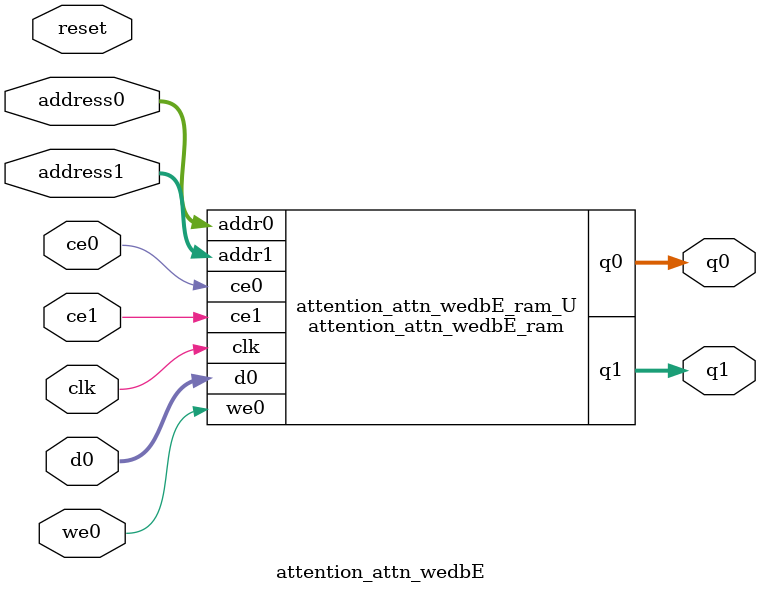
<source format=v>
`timescale 1 ns / 1 ps
module attention_attn_wedbE_ram (addr0, ce0, d0, we0, q0, addr1, ce1, q1,  clk);

parameter DWIDTH = 40;
parameter AWIDTH = 6;
parameter MEM_SIZE = 48;

input[AWIDTH-1:0] addr0;
input ce0;
input[DWIDTH-1:0] d0;
input we0;
output reg[DWIDTH-1:0] q0;
input[AWIDTH-1:0] addr1;
input ce1;
output reg[DWIDTH-1:0] q1;
input clk;

(* ram_style = "block" *)reg [DWIDTH-1:0] ram[0:MEM_SIZE-1];




always @(posedge clk)  
begin 
    if (ce0) begin
        if (we0) 
            ram[addr0] <= d0; 
        q0 <= ram[addr0];
    end
end


always @(posedge clk)  
begin 
    if (ce1) begin
        q1 <= ram[addr1];
    end
end


endmodule

`timescale 1 ns / 1 ps
module attention_attn_wedbE(
    reset,
    clk,
    address0,
    ce0,
    we0,
    d0,
    q0,
    address1,
    ce1,
    q1);

parameter DataWidth = 32'd40;
parameter AddressRange = 32'd48;
parameter AddressWidth = 32'd6;
input reset;
input clk;
input[AddressWidth - 1:0] address0;
input ce0;
input we0;
input[DataWidth - 1:0] d0;
output[DataWidth - 1:0] q0;
input[AddressWidth - 1:0] address1;
input ce1;
output[DataWidth - 1:0] q1;



attention_attn_wedbE_ram attention_attn_wedbE_ram_U(
    .clk( clk ),
    .addr0( address0 ),
    .ce0( ce0 ),
    .we0( we0 ),
    .d0( d0 ),
    .q0( q0 ),
    .addr1( address1 ),
    .ce1( ce1 ),
    .q1( q1 ));

endmodule


</source>
